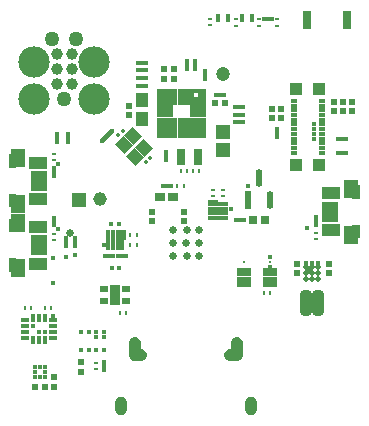
<source format=gts>
G04*
G04 #@! TF.GenerationSoftware,Altium Limited,Altium Designer,24.9.1 (31)*
G04*
G04 Layer_Color=8388736*
%FSLAX44Y44*%
%MOMM*%
G71*
G04*
G04 #@! TF.SameCoordinates,7AD2B3B8-D285-4593-8982-C88D0E3F9F4F*
G04*
G04*
G04 #@! TF.FilePolarity,Negative*
G04*
G01*
G75*
%ADD16R,1.5000X1.0000*%
%ADD17R,1.3500X1.8000*%
%ADD18R,1.2500X1.5700*%
%ADD23R,0.3000X0.2800*%
%ADD27R,0.4725X0.4682*%
%ADD28R,0.2800X0.3000*%
%ADD32R,0.4682X0.4725*%
%ADD41R,0.6957X0.6825*%
%ADD42R,0.3500X0.6500*%
%ADD43R,1.1062X1.2549*%
%ADD44R,0.7500X1.4000*%
G04:AMPARAMS|DCode=45|XSize=1.5242mm|YSize=0.578mm|CornerRadius=0.289mm|HoleSize=0mm|Usage=FLASHONLY|Rotation=90.000|XOffset=0mm|YOffset=0mm|HoleType=Round|Shape=RoundedRectangle|*
%AMROUNDEDRECTD45*
21,1,1.5242,0.0000,0,0,90.0*
21,1,0.9463,0.5780,0,0,90.0*
1,1,0.5780,0.0000,0.4731*
1,1,0.5780,0.0000,-0.4731*
1,1,0.5780,0.0000,-0.4731*
1,1,0.5780,0.0000,0.4731*
%
%ADD45ROUNDEDRECTD45*%
%ADD46R,0.5780X1.5242*%
%ADD47R,0.8000X1.6000*%
G04:AMPARAMS|DCode=52|XSize=0.28mm|YSize=0.3mm|CornerRadius=0mm|HoleSize=0mm|Usage=FLASHONLY|Rotation=45.000|XOffset=0mm|YOffset=0mm|HoleType=Round|Shape=Rectangle|*
%AMROTATEDRECTD52*
4,1,4,0.0071,-0.2051,-0.2051,0.0071,-0.0071,0.2051,0.2051,-0.0071,0.0071,-0.2051,0.0*
%
%ADD52ROTATEDRECTD52*%

%ADD53C,0.4202*%
%ADD54R,0.8632X0.4232*%
%ADD55R,0.8632X0.5232*%
%ADD56R,0.4532X0.5532*%
%ADD57R,0.5532X0.4532*%
G04:AMPARAMS|DCode=58|XSize=0.4532mm|YSize=0.5532mm|CornerRadius=0mm|HoleSize=0mm|Usage=FLASHONLY|Rotation=315.000|XOffset=0mm|YOffset=0mm|HoleType=Round|Shape=Rectangle|*
%AMROTATEDRECTD58*
4,1,4,-0.3558,-0.0354,0.0354,0.3558,0.3558,0.0354,-0.0354,-0.3558,-0.3558,-0.0354,0.0*
%
%ADD58ROTATEDRECTD58*%

%ADD59C,0.9902*%
%ADD60R,0.3500X0.3500*%
%ADD61R,0.6782X0.4532*%
%ADD62R,0.4532X0.6782*%
%ADD63C,0.4112*%
%ADD64R,0.4232X0.8632*%
%ADD65R,0.5232X0.8632*%
%ADD66R,0.9032X0.7032*%
%ADD67C,0.6975*%
%ADD68C,1.2032*%
%ADD69R,0.7532X0.5532*%
%ADD70R,0.9032X1.8032*%
G04:AMPARAMS|DCode=71|XSize=2.1432mm|YSize=0.9632mm|CornerRadius=0.2916mm|HoleSize=0mm|Usage=FLASHONLY|Rotation=90.000|XOffset=0mm|YOffset=0mm|HoleType=Round|Shape=RoundedRectangle|*
%AMROUNDEDRECTD71*
21,1,2.1432,0.3800,0,0,90.0*
21,1,1.5600,0.9632,0,0,90.0*
1,1,0.5832,0.1900,0.7800*
1,1,0.5832,0.1900,-0.7800*
1,1,0.5832,-0.1900,-0.7800*
1,1,0.5832,-0.1900,0.7800*
%
%ADD71ROUNDEDRECTD71*%
%ADD72R,1.2352X0.8252*%
%ADD73R,1.2352X0.7032*%
%ADD74R,0.2000X0.2000*%
%ADD75R,1.2232X1.2632*%
%ADD76C,1.0395*%
G04:AMPARAMS|DCode=77|XSize=1.1032mm|YSize=1.0032mm|CornerRadius=0mm|HoleSize=0mm|Usage=FLASHONLY|Rotation=135.000|XOffset=0mm|YOffset=0mm|HoleType=Round|Shape=Rectangle|*
%AMROTATEDRECTD77*
4,1,4,0.7447,-0.0354,0.0354,-0.7447,-0.7447,0.0354,-0.0354,0.7447,0.7447,-0.0354,0.0*
%
%ADD77ROTATEDRECTD77*%

%ADD78R,1.1232X1.1032*%
%ADD79R,0.6032X0.4032*%
%ADD80C,0.4932*%
%ADD81R,0.5500X0.5500*%
%ADD82C,1.2702*%
%ADD83C,2.6542*%
%ADD84R,1.1500X1.1500*%
%ADD85C,1.1500*%
G04:AMPARAMS|DCode=86|XSize=1mm|YSize=1.6mm|CornerRadius=0.5mm|HoleSize=0mm|Usage=FLASHONLY|Rotation=180.000|XOffset=0mm|YOffset=0mm|HoleType=Round|Shape=RoundedRectangle|*
%AMROUNDEDRECTD86*
21,1,1.0000,0.6000,0,0,180.0*
21,1,0.0000,1.6000,0,0,180.0*
1,1,1.0000,0.0000,0.3000*
1,1,1.0000,0.0000,0.3000*
1,1,1.0000,0.0000,-0.3000*
1,1,1.0000,0.0000,-0.3000*
%
%ADD86ROUNDEDRECTD86*%
G04:AMPARAMS|DCode=87|XSize=1.2mm|YSize=0.6mm|CornerRadius=0.3mm|HoleSize=0mm|Usage=FLASHONLY|Rotation=180.000|XOffset=0mm|YOffset=0mm|HoleType=Round|Shape=RoundedRectangle|*
%AMROUNDEDRECTD87*
21,1,1.2000,0.0000,0,0,180.0*
21,1,0.6000,0.6000,0,0,180.0*
1,1,0.6000,-0.3000,0.0000*
1,1,0.6000,0.3000,0.0000*
1,1,0.6000,0.3000,0.0000*
1,1,0.6000,-0.3000,0.0000*
%
%ADD87ROUNDEDRECTD87*%
G04:AMPARAMS|DCode=88|XSize=0.6mm|YSize=1.6mm|CornerRadius=0.3mm|HoleSize=0mm|Usage=FLASHONLY|Rotation=180.000|XOffset=0mm|YOffset=0mm|HoleType=Round|Shape=RoundedRectangle|*
%AMROUNDEDRECTD88*
21,1,0.6000,1.0000,0,0,180.0*
21,1,0.0000,1.6000,0,0,180.0*
1,1,0.6000,0.0000,0.5000*
1,1,0.6000,0.0000,0.5000*
1,1,0.6000,0.0000,-0.5000*
1,1,0.6000,0.0000,-0.5000*
%
%ADD88ROUNDEDRECTD88*%
%ADD89C,0.4532*%
%ADD90C,0.6532*%
%ADD91C,0.8000*%
G36*
X10360Y141125D02*
X13360Y141125D01*
X14156Y141125D01*
X15626Y140517D01*
X16751Y139391D01*
X17360Y137921D01*
X17360Y137126D01*
X17360Y137126D01*
X17360Y133125D01*
X3860D01*
Y144626D01*
X10360D01*
Y141125D01*
D02*
G37*
G36*
X17360Y174125D02*
X17360D01*
X17360Y173330D01*
X16751Y171860D01*
X15626Y170734D01*
X14156Y170125D01*
X13360Y170126D01*
X10360D01*
Y166625D01*
X3860D01*
Y178125D01*
X17360D01*
X17360Y174125D01*
D02*
G37*
G36*
X10360Y195765D02*
X13360Y195765D01*
X14156Y195765D01*
X15626Y195156D01*
X16751Y194031D01*
X17360Y192561D01*
X17360Y191765D01*
X17360Y191765D01*
X17360Y187766D01*
X3860D01*
Y199265D01*
X10360D01*
Y195765D01*
D02*
G37*
G36*
X17360Y228765D02*
X17360D01*
X17360Y227970D01*
X16751Y226500D01*
X15626Y225374D01*
X14156Y224765D01*
X13360Y224765D01*
X10360D01*
Y221266D01*
X3860D01*
Y232766D01*
X17360D01*
X17360Y228765D01*
D02*
G37*
G36*
X113302Y77029D02*
X114709Y75622D01*
X115470Y73784D01*
Y72790D01*
X115470Y68190D01*
Y68190D01*
X115478Y68112D01*
X115537Y67968D01*
X115648Y67857D01*
X115792Y67798D01*
X115870Y67790D01*
X115870Y67790D01*
X116865Y67790D01*
X118702Y67029D01*
X120109Y65622D01*
X120870Y63784D01*
X120870Y62790D01*
Y62790D01*
X120870Y61795D01*
X120109Y59958D01*
X118702Y58551D01*
X116865Y57790D01*
X115870Y57790D01*
X110470D01*
X110470Y57790D01*
X109475Y57790D01*
X107638Y58551D01*
X106231Y59958D01*
X105470Y61795D01*
X105470Y62790D01*
Y72790D01*
X105470Y72790D01*
Y73784D01*
X106231Y75622D01*
X107638Y77029D01*
X109475Y77790D01*
X110470D01*
X111465Y77790D01*
X113302Y77029D01*
D02*
G37*
G36*
X196870Y77790D02*
X197865D01*
X199702Y77029D01*
X201109Y75622D01*
X201870Y73784D01*
Y72790D01*
X201870Y72790D01*
X201870Y62790D01*
X201870Y61795D01*
X201109Y59958D01*
X199702Y58551D01*
X197864Y57790D01*
X196870Y57790D01*
X196870Y57790D01*
X191470D01*
X190475Y57790D01*
X188638Y58551D01*
X187231Y59958D01*
X186470Y61795D01*
X186470Y62790D01*
X186470Y63784D01*
X187231Y65622D01*
X188638Y67029D01*
X190475Y67790D01*
X191470Y67790D01*
Y67790D01*
X191548Y67798D01*
X191692Y67857D01*
X191803Y67968D01*
X191862Y68112D01*
X191870Y68190D01*
X191870Y68190D01*
X191870Y72790D01*
Y73784D01*
X192631Y75622D01*
X194038Y77029D01*
X195875Y77790D01*
X196870Y77790D01*
D02*
G37*
G36*
X301360Y161650D02*
X287860D01*
X287860Y165650D01*
D01*
Y165650D01*
Y165650D01*
X287860Y166446D01*
X288469Y167916D01*
X289594Y169041D01*
X291064Y169650D01*
X291860Y169650D01*
X294860Y169650D01*
Y173150D01*
X301360D01*
Y161650D01*
D02*
G37*
G36*
Y195150D02*
X294860D01*
Y198650D01*
X291860D01*
X291064Y198650D01*
X289594Y199259D01*
X288469Y200384D01*
X287860Y201854D01*
X287860Y202650D01*
X287860Y206650D01*
X301360D01*
Y195150D01*
D02*
G37*
D16*
X28360Y225765D02*
D03*
Y194765D02*
D03*
X28360Y140126D02*
D03*
Y171125D02*
D03*
X276860Y199650D02*
D03*
Y168650D02*
D03*
D17*
X29110Y210266D02*
D03*
X29110Y155625D02*
D03*
X276110Y184150D02*
D03*
D18*
X11610Y190916D02*
D03*
Y229615D02*
D03*
X11610Y174975D02*
D03*
Y136275D02*
D03*
X293610Y164800D02*
D03*
Y203500D02*
D03*
D23*
X176767Y197426D02*
D03*
Y202726D02*
D03*
X185167Y197426D02*
D03*
Y202726D02*
D03*
X77450Y56131D02*
D03*
Y50831D02*
D03*
X264245Y161206D02*
D03*
Y166506D02*
D03*
X41910Y232855D02*
D03*
Y227556D02*
D03*
X231100Y341780D02*
D03*
Y347080D02*
D03*
X196042Y341780D02*
D03*
Y347080D02*
D03*
X174275Y342080D02*
D03*
Y347380D02*
D03*
X41910Y165190D02*
D03*
Y159890D02*
D03*
X215860Y341780D02*
D03*
Y347080D02*
D03*
D27*
X135497Y304752D02*
D03*
Y296709D02*
D03*
X144145Y304752D02*
D03*
Y296709D02*
D03*
X42072Y43933D02*
D03*
Y35890D02*
D03*
X64950Y48528D02*
D03*
Y56571D02*
D03*
X105331Y265941D02*
D03*
Y273984D02*
D03*
X294640Y277021D02*
D03*
Y268978D02*
D03*
X287020Y277021D02*
D03*
Y268978D02*
D03*
X279400Y277021D02*
D03*
Y268978D02*
D03*
X274550Y132033D02*
D03*
Y140076D02*
D03*
X247650D02*
D03*
Y132033D02*
D03*
D28*
X39886Y102365D02*
D03*
X34586D02*
D03*
X23011Y102350D02*
D03*
X17711D02*
D03*
X106704Y164590D02*
D03*
X112004D02*
D03*
X106704Y156190D02*
D03*
X112004D02*
D03*
X151912Y205740D02*
D03*
X146612D02*
D03*
X154562Y218420D02*
D03*
X149262D02*
D03*
X159762D02*
D03*
X165062D02*
D03*
X219955Y115061D02*
D03*
X225255D02*
D03*
X97882Y98270D02*
D03*
X103182D02*
D03*
D32*
X26458Y35859D02*
D03*
X34501D02*
D03*
X234706Y271257D02*
D03*
X226663D02*
D03*
X234706Y263637D02*
D03*
X226663D02*
D03*
X178859Y276195D02*
D03*
X186901D02*
D03*
D41*
X220544Y177320D02*
D03*
X210876D02*
D03*
D42*
X181150Y347980D02*
D03*
X189650D02*
D03*
X201450D02*
D03*
X209950D02*
D03*
D43*
X117000Y278894D02*
D03*
Y262381D02*
D03*
D44*
X149799Y230645D02*
D03*
X164299D02*
D03*
D45*
X215710Y212302D02*
D03*
X225210Y194098D02*
D03*
D46*
X206210D02*
D03*
D47*
X256050Y346710D02*
D03*
X290050D02*
D03*
D52*
X123822Y229563D02*
D03*
X120074Y225815D02*
D03*
X96740Y248737D02*
D03*
X100487Y252484D02*
D03*
D53*
X169412Y248195D02*
D03*
X165912D02*
D03*
X162412D02*
D03*
X158912D02*
D03*
X155412D02*
D03*
X151912D02*
D03*
X148412D02*
D03*
X144912D02*
D03*
X141412D02*
D03*
X137912D02*
D03*
X134412D02*
D03*
X130912D02*
D03*
X169412Y251695D02*
D03*
X165912D02*
D03*
X162412D02*
D03*
X158912D02*
D03*
X155412D02*
D03*
X151912D02*
D03*
X148412D02*
D03*
X144912D02*
D03*
X141412D02*
D03*
X137912D02*
D03*
X134412D02*
D03*
X130912D02*
D03*
X169412Y255195D02*
D03*
X165912D02*
D03*
X162412D02*
D03*
X158912D02*
D03*
X155412D02*
D03*
X151912D02*
D03*
X148412D02*
D03*
X144912D02*
D03*
X141412D02*
D03*
X137912D02*
D03*
X134412D02*
D03*
X130912D02*
D03*
X169412Y258695D02*
D03*
X165912D02*
D03*
X162412D02*
D03*
X158912D02*
D03*
X155412D02*
D03*
X151912D02*
D03*
X148412D02*
D03*
X144912D02*
D03*
X141412D02*
D03*
X137912D02*
D03*
X134412D02*
D03*
X130912D02*
D03*
X169412Y262195D02*
D03*
X165912D02*
D03*
X162412D02*
D03*
X158912D02*
D03*
X155412D02*
D03*
X151912D02*
D03*
X148412D02*
D03*
X144912D02*
D03*
X141412D02*
D03*
X137912D02*
D03*
X134412D02*
D03*
X130912D02*
D03*
X169412Y265695D02*
D03*
X165912D02*
D03*
X162412D02*
D03*
X158912D02*
D03*
X141412D02*
D03*
X137912D02*
D03*
X134412D02*
D03*
X130912D02*
D03*
X169412Y269195D02*
D03*
X165912D02*
D03*
X162412D02*
D03*
X158912D02*
D03*
X141412D02*
D03*
X137912D02*
D03*
X134412D02*
D03*
X130912D02*
D03*
X169412Y272695D02*
D03*
X165912D02*
D03*
X162412D02*
D03*
X158912D02*
D03*
X141412D02*
D03*
X137912D02*
D03*
X134412D02*
D03*
X130912D02*
D03*
X169412Y276195D02*
D03*
X165912D02*
D03*
X162412D02*
D03*
X158912D02*
D03*
X155412D02*
D03*
X151912D02*
D03*
X148412D02*
D03*
X144912D02*
D03*
X141412D02*
D03*
X137912D02*
D03*
X134412D02*
D03*
X130912D02*
D03*
X169412Y279695D02*
D03*
X165912D02*
D03*
X162412D02*
D03*
X158912D02*
D03*
X155412D02*
D03*
X151912D02*
D03*
X148412D02*
D03*
X144912D02*
D03*
X141412D02*
D03*
X137912D02*
D03*
X134412D02*
D03*
X130912D02*
D03*
X169412Y283195D02*
D03*
X165912D02*
D03*
X158912D02*
D03*
X155412D02*
D03*
X151912D02*
D03*
X148412D02*
D03*
X144912D02*
D03*
X141412D02*
D03*
X137912D02*
D03*
X134412D02*
D03*
X130912D02*
D03*
X169412Y286695D02*
D03*
X165912D02*
D03*
X162412D02*
D03*
X158912D02*
D03*
X155412D02*
D03*
X151912D02*
D03*
X148412D02*
D03*
X144912D02*
D03*
X141412D02*
D03*
X137912D02*
D03*
X134412D02*
D03*
X130912D02*
D03*
D54*
X185167Y190726D02*
D03*
Y186726D02*
D03*
Y182726D02*
D03*
Y178726D02*
D03*
X176767D02*
D03*
Y182726D02*
D03*
Y186726D02*
D03*
D55*
Y191226D02*
D03*
D56*
X154645Y311054D02*
D03*
Y306054D02*
D03*
X161327Y311054D02*
D03*
Y306054D02*
D03*
X59605Y155625D02*
D03*
Y160625D02*
D03*
X136827Y229035D02*
D03*
Y234035D02*
D03*
X84450Y50807D02*
D03*
Y55807D02*
D03*
X170180Y297300D02*
D03*
Y302300D02*
D03*
X264160Y174070D02*
D03*
Y179070D02*
D03*
X41910Y220515D02*
D03*
Y215515D02*
D03*
X230684Y252999D02*
D03*
Y247999D02*
D03*
X41910Y178334D02*
D03*
Y173334D02*
D03*
X44450Y249021D02*
D03*
Y244021D02*
D03*
X53816D02*
D03*
Y249021D02*
D03*
X52070Y160625D02*
D03*
Y155625D02*
D03*
D57*
X288770Y246000D02*
D03*
X283770D02*
D03*
X114500Y304050D02*
D03*
Y290830D02*
D03*
Y297434D02*
D03*
Y310210D02*
D03*
X97214Y146400D02*
D03*
X102214D02*
D03*
X119500Y310210D02*
D03*
Y304050D02*
D03*
Y297434D02*
D03*
Y290830D02*
D03*
X196140Y259861D02*
D03*
X201140D02*
D03*
X196140Y266307D02*
D03*
X201140D02*
D03*
X196140Y272861D02*
D03*
X201140D02*
D03*
X86014Y146400D02*
D03*
X91014D02*
D03*
X134958Y205868D02*
D03*
X139958D02*
D03*
X185380Y283195D02*
D03*
X180380D02*
D03*
X283770Y234000D02*
D03*
X288770D02*
D03*
X201850Y177320D02*
D03*
X196850D02*
D03*
X220940Y347080D02*
D03*
X225940D02*
D03*
D58*
X88900Y250190D02*
D03*
X85365Y246654D02*
D03*
D59*
X44450Y292100D02*
D03*
X57150D02*
D03*
X44450Y304800D02*
D03*
X57150Y317500D02*
D03*
X44450D02*
D03*
X57150Y304800D02*
D03*
D60*
X64950Y67370D02*
D03*
X71450D02*
D03*
X77950D02*
D03*
X84450D02*
D03*
Y81870D02*
D03*
X77950D02*
D03*
X71450D02*
D03*
X64950D02*
D03*
D61*
X41246Y77085D02*
D03*
Y82085D02*
D03*
Y87085D02*
D03*
Y92085D02*
D03*
X17986D02*
D03*
Y87085D02*
D03*
Y82085D02*
D03*
Y77085D02*
D03*
D62*
X34616Y93715D02*
D03*
X29616D02*
D03*
X24616D02*
D03*
Y75455D02*
D03*
X29616D02*
D03*
X34616D02*
D03*
D63*
X26351Y44267D02*
D03*
Y48267D02*
D03*
Y52267D02*
D03*
X30352Y44267D02*
D03*
Y52267D02*
D03*
X34351Y44267D02*
D03*
Y48267D02*
D03*
Y52267D02*
D03*
D64*
X100114Y156190D02*
D03*
X96114D02*
D03*
X92114D02*
D03*
X88115D02*
D03*
Y164590D02*
D03*
X92114D02*
D03*
X96114D02*
D03*
D65*
X100615D02*
D03*
D66*
X143085Y196489D02*
D03*
X132086D02*
D03*
D67*
X8376Y192437D02*
D03*
Y228094D02*
D03*
Y173454D02*
D03*
Y137797D02*
D03*
X296844Y166322D02*
D03*
Y201978D02*
D03*
D68*
X185420Y300550D02*
D03*
D69*
X103364Y108318D02*
D03*
Y118318D02*
D03*
X84864D02*
D03*
Y108318D02*
D03*
D70*
X94114Y113318D02*
D03*
D71*
X265430Y106680D02*
D03*
X255270D02*
D03*
D72*
X202665Y124264D02*
D03*
X224765D02*
D03*
D73*
X202665Y133104D02*
D03*
X224765D02*
D03*
D74*
X202665Y141944D02*
D03*
X224765D02*
D03*
D75*
X185167Y236781D02*
D03*
Y251341D02*
D03*
D76*
X111245Y63565D02*
D03*
X196095D02*
D03*
D77*
X118703Y238408D02*
D03*
X108803Y248307D02*
D03*
X101025Y240529D02*
D03*
X110924Y230630D02*
D03*
D78*
X266900Y288000D02*
D03*
X266900Y224000D02*
D03*
X247100Y224000D02*
D03*
Y288000D02*
D03*
D79*
X245000Y234000D02*
D03*
Y237999D02*
D03*
Y241999D02*
D03*
Y246000D02*
D03*
Y250000D02*
D03*
Y254000D02*
D03*
Y257999D02*
D03*
Y261999D02*
D03*
Y266000D02*
D03*
X245000Y270000D02*
D03*
X245000Y274000D02*
D03*
X245000Y277999D02*
D03*
X269000D02*
D03*
Y274000D02*
D03*
Y270000D02*
D03*
Y266000D02*
D03*
Y261999D02*
D03*
Y257999D02*
D03*
Y254000D02*
D03*
Y250000D02*
D03*
Y246000D02*
D03*
Y241999D02*
D03*
Y237999D02*
D03*
Y234000D02*
D03*
D80*
X255270Y127080D02*
D03*
Y132080D02*
D03*
Y137080D02*
D03*
X260270Y127080D02*
D03*
Y132080D02*
D03*
Y137080D02*
D03*
X265270Y127080D02*
D03*
Y132080D02*
D03*
Y137080D02*
D03*
D81*
X125430Y183758D02*
D03*
X151930D02*
D03*
X125430Y176258D02*
D03*
X151930D02*
D03*
D82*
X50800Y279400D02*
D03*
X40640Y330200D02*
D03*
X60960D02*
D03*
D83*
X25400Y279400D02*
D03*
X76200D02*
D03*
X25400Y311150D02*
D03*
X76200D02*
D03*
D84*
X63600Y194120D02*
D03*
D85*
X81180Y194500D02*
D03*
D86*
X98470Y19290D02*
D03*
X208870D02*
D03*
D87*
X193870Y62790D02*
D03*
X113470D02*
D03*
D88*
X110470Y67790D02*
D03*
X196870D02*
D03*
D89*
X144912Y262195D02*
D03*
X192110Y186726D02*
D03*
X82998Y244034D02*
D03*
X90616Y173640D02*
D03*
X97102Y173601D02*
D03*
X84347Y156108D02*
D03*
X91014Y136776D02*
D03*
X97214D02*
D03*
X224765Y137735D02*
D03*
Y146050D02*
D03*
X262300Y257999D02*
D03*
Y250000D02*
D03*
Y254000D02*
D03*
X41246Y145003D02*
D03*
Y123587D02*
D03*
Y96090D02*
D03*
X84450Y77893D02*
D03*
X77825Y77830D02*
D03*
X45782Y224265D02*
D03*
X91440Y252780D02*
D03*
X256666Y170289D02*
D03*
X45720Y169625D02*
D03*
X262300Y246000D02*
D03*
X265270Y140944D02*
D03*
X260270D02*
D03*
X52070Y146050D02*
D03*
X59605Y147650D02*
D03*
X257960Y134536D02*
D03*
X34616Y81870D02*
D03*
X29616D02*
D03*
X23989Y87085D02*
D03*
X206139Y205527D02*
D03*
X255270Y140944D02*
D03*
D90*
X164742Y168678D02*
D03*
X165017Y146559D02*
D03*
X142817Y146639D02*
D03*
Y168759D02*
D03*
X154400D02*
D03*
Y146559D02*
D03*
X164742Y157659D02*
D03*
X142817D02*
D03*
X153917D02*
D03*
X55837Y166028D02*
D03*
D91*
X13360Y191765D02*
D03*
Y228766D02*
D03*
Y174125D02*
D03*
Y137126D02*
D03*
X291860Y165650D02*
D03*
Y202650D02*
D03*
M02*

</source>
